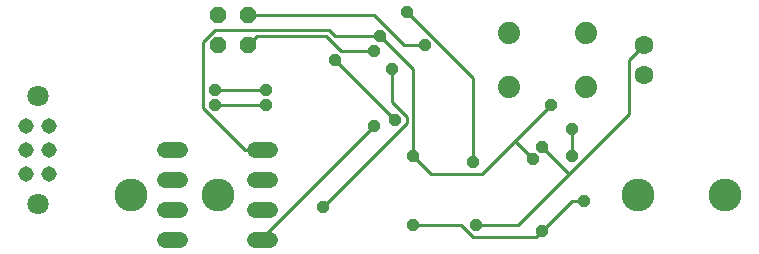
<source format=gbl>
G75*
G70*
%OFA0B0*%
%FSLAX24Y24*%
%IPPOS*%
%LPD*%
%AMOC8*
5,1,8,0,0,1.08239X$1,22.5*
%
%ADD10C,0.0630*%
%ADD11C,0.0740*%
%ADD12C,0.0515*%
%ADD13C,0.0709*%
%ADD14C,0.1095*%
%ADD15C,0.0520*%
%ADD16OC8,0.0560*%
%ADD17C,0.0100*%
%ADD18OC8,0.0400*%
D10*
X023100Y007199D03*
X023100Y008199D03*
D11*
X021168Y008589D03*
X018608Y008589D03*
X018608Y006809D03*
X021168Y006809D03*
D12*
X003281Y005487D03*
X002494Y005487D03*
X002494Y004699D03*
X003281Y004699D03*
X003281Y003912D03*
X002494Y003912D03*
D13*
X002888Y002888D03*
X002888Y006510D03*
D14*
X005988Y003199D03*
X008888Y003199D03*
X022888Y003199D03*
X025788Y003199D03*
D15*
X010648Y002699D02*
X010128Y002699D01*
X010128Y001699D02*
X010648Y001699D01*
X007648Y001699D02*
X007128Y001699D01*
X007128Y002699D02*
X007648Y002699D01*
X007648Y003699D02*
X007128Y003699D01*
X007128Y004699D02*
X007648Y004699D01*
X010128Y004699D02*
X010648Y004699D01*
X010648Y003699D02*
X010128Y003699D01*
D16*
X009888Y008199D03*
X008888Y008199D03*
X008888Y009199D03*
X009888Y009199D03*
D17*
X014088Y009199D01*
X015088Y008199D01*
X015788Y008199D01*
X015388Y007399D02*
X014288Y008499D01*
X012788Y008499D01*
X012588Y008699D01*
X008788Y008699D01*
X008388Y008299D01*
X008388Y006099D01*
X009788Y004699D01*
X010388Y004699D01*
X010488Y006199D02*
X008788Y006199D01*
X008788Y006699D02*
X010488Y006699D01*
X012788Y007699D02*
X014788Y005699D01*
X015188Y005599D02*
X012388Y002799D01*
X010388Y001799D02*
X010388Y001699D01*
X010388Y001799D02*
X014088Y005499D01*
X014688Y006299D02*
X015188Y005799D01*
X015188Y005599D01*
X014688Y006299D02*
X014688Y007399D01*
X015388Y007399D02*
X015388Y004499D01*
X015988Y003899D01*
X017688Y003899D01*
X018788Y004999D01*
X019388Y004399D01*
X019688Y004799D02*
X020588Y003899D01*
X018888Y002199D01*
X017488Y002199D01*
X017388Y001799D02*
X016988Y002199D01*
X015388Y002199D01*
X017388Y001799D02*
X019488Y001799D01*
X019688Y001999D01*
X020688Y002999D01*
X021088Y002999D01*
X020588Y003899D02*
X022588Y005899D01*
X022588Y007699D01*
X023088Y008199D01*
X023100Y008199D01*
X019988Y006199D02*
X018788Y004999D01*
X017388Y004299D02*
X017388Y007099D01*
X015188Y009299D01*
X012988Y007999D02*
X012488Y008499D01*
X010188Y008499D01*
X009888Y008199D01*
X012988Y007999D02*
X014088Y007999D01*
X020688Y005399D02*
X020688Y004499D01*
D18*
X020688Y004499D03*
X019688Y004799D03*
X019388Y004399D03*
X017388Y004299D03*
X015388Y004499D03*
X014088Y005499D03*
X014788Y005699D03*
X014688Y007399D03*
X014088Y007999D03*
X014288Y008499D03*
X015788Y008199D03*
X015188Y009299D03*
X012788Y007699D03*
X010488Y006699D03*
X010488Y006199D03*
X008788Y006199D03*
X008788Y006699D03*
X012388Y002799D03*
X015388Y002199D03*
X017488Y002199D03*
X019688Y001999D03*
X021088Y002999D03*
X020688Y005399D03*
X019988Y006199D03*
M02*

</source>
